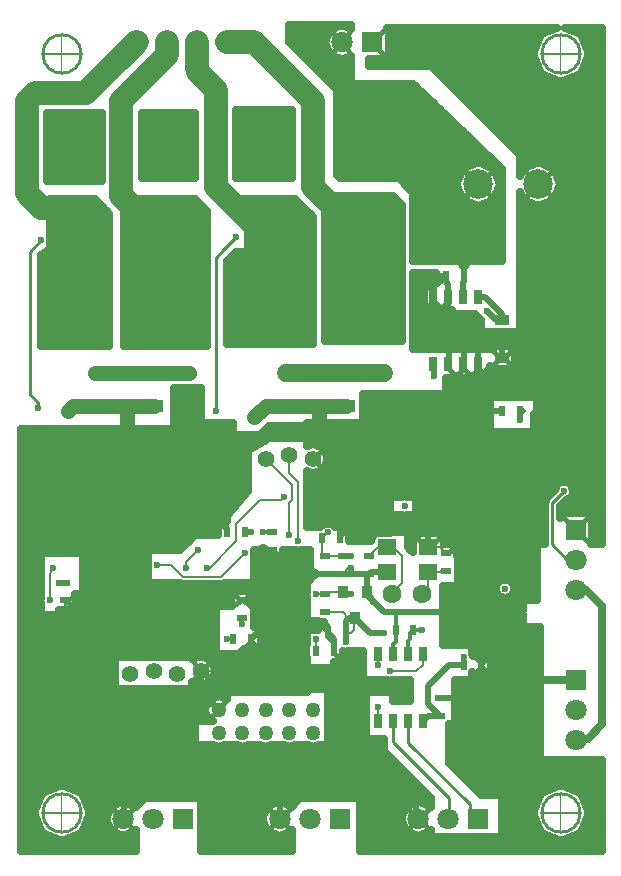
<source format=gbl>
G04*
G04  File:            STEP_DIMA1A.GBL, Tue Jun 22 15:40:13 2021*
G04  Source:          P-CAD 2004 PCB, Version 18.04.615, (D:\proj\velograph\snail\pcb\step_dima1a.pcb)*
G04  Format:          Gerber Format (RS-274-D), ASCII*
G04*
G04  Format Options:  Absolute Positioning*
G04                   Leading-Zero Suppression*
G04                   Scale Factor 1:1*
G04                   NO Circular Interpolation*
G04                   Millimeter Units*
G04                   Numeric Format: 5.3 (XXXXX.XXX)*
G04                   G54 NOT Used for Aperture Change*
G04                   Apertures Embedded*
G04*
G04  File Options:    Offset = (0.000mm,0.000mm)*
G04                   Drill Symbol Size = 0.000mm*
G04                   Pad/Via Holes*
G04*
G04  File Contents:   Pads*
G04                   Vias*
G04                   No Designators*
G04                   No Types*
G04                   No Values*
G04                   No Drill Symbols*
G04                   Bottom*
G04*
%INSTEP_DIMA1A.GBL*%
%ICAS*%
%MOMM*%
G04*
G04  Aperture MACROs for general use --- invoked via D-code assignment *
G04*
G04  General MACRO for flashed round with rotation and/or offset hole *
%AMROTOFFROUND*
1,1,$1,0.0000,0.0000*
1,0,$2,$3,$4*%
G04*
G04  General MACRO for flashed oval (obround) with rotation and/or offset hole *
%AMROTOFFOVAL*
21,1,$1,$2,0.0000,0.0000,$3*
1,1,$4,$5,$6*
1,1,$4,0-$5,0-$6*
1,0,$7,$8,$9*%
G04*
G04  General MACRO for flashed oval (obround) with rotation and no hole *
%AMROTOVALNOHOLE*
21,1,$1,$2,0.0000,0.0000,$3*
1,1,$4,$5,$6*
1,1,$4,0-$5,0-$6*%
G04*
G04  General MACRO for flashed rectangle with rotation and/or offset hole *
%AMROTOFFRECT*
21,1,$1,$2,0.0000,0.0000,$3*
1,0,$4,$5,$6*%
G04*
G04  General MACRO for flashed rectangle with rotation and no hole *
%AMROTRECTNOHOLE*
21,1,$1,$2,0.0000,0.0000,$3*%
G04*
G04  General MACRO for flashed rounded-rectangle *
%AMROUNDRECT*
21,1,$1,$2-$4,0.0000,0.0000,$3*
21,1,$1-$4,$2,0.0000,0.0000,$3*
1,1,$4,$5,$6*
1,1,$4,$7,$8*
1,1,$4,0-$5,0-$6*
1,1,$4,0-$7,0-$8*
1,0,$9,$10,$11*%
G04*
G04  General MACRO for flashed rounded-rectangle with rotation and no hole *
%AMROUNDRECTNOHOLE*
21,1,$1,$2-$4,0.0000,0.0000,$3*
21,1,$1-$4,$2,0.0000,0.0000,$3*
1,1,$4,$5,$6*
1,1,$4,$7,$8*
1,1,$4,0-$5,0-$6*
1,1,$4,0-$7,0-$8*%
G04*
G04  General MACRO for flashed regular polygon *
%AMREGPOLY*
5,1,$1,0.0000,0.0000,$2,$3+$4*
1,0,$5,$6,$7*%
G04*
G04  General MACRO for flashed regular polygon with no hole *
%AMREGPOLYNOHOLE*
5,1,$1,0.0000,0.0000,$2,$3+$4*%
G04*
G04  General MACRO for target *
%AMTARGET*
6,0,0,$1,$2,$3,4,$4,$5,$6*%
G04*
G04  General MACRO for mounting hole *
%AMMTHOLE*
1,1,$1,0,0*
1,0,$2,0,0*
$1=$1-$2*
$1=$1/2*
21,1,$2+$1,$3,0,0,$4*
21,1,$3,$2+$1,0,0,$4*%
G04*
G04*
G04  D10 : "Ellipse X0.254mm Y0.254mm H0.000mm 0.0deg (0.000mm,0.000mm) Draw"*
G04  Disc: OuterDia=0.2540*
%ADD10C, 0.2540*%
G04  D11 : "Ellipse X0.025mm Y0.025mm H0.000mm 0.0deg (0.000mm,0.000mm) Draw"*
G04  Disc: OuterDia=0.0254*
%ADD11C, 0.0254*%
G04  D12 : "Ellipse X0.300mm Y0.300mm H0.000mm 0.0deg (0.000mm,0.000mm) Draw"*
G04  Disc: OuterDia=0.3000*
%ADD12C, 0.3000*%
G04  D13 : "Ellipse X0.305mm Y0.305mm H0.000mm 0.0deg (0.000mm,0.000mm) Draw"*
G04  Disc: OuterDia=0.3048*
%ADD13C, 0.3048*%
G04  D14 : "Ellipse X0.310mm Y0.310mm H0.000mm 0.0deg (0.000mm,0.000mm) Draw"*
G04  Disc: OuterDia=0.3100*
%ADD14C, 0.3100*%
G04  D15 : "Ellipse X0.350mm Y0.350mm H0.000mm 0.0deg (0.000mm,0.000mm) Draw"*
G04  Disc: OuterDia=0.3500*
%ADD15C, 0.3500*%
G04  D16 : "Ellipse X0.381mm Y0.381mm H0.000mm 0.0deg (0.000mm,0.000mm) Draw"*
G04  Disc: OuterDia=0.3810*
%ADD16C, 0.3810*%
G04  D17 : "Ellipse X0.500mm Y0.500mm H0.000mm 0.0deg (0.000mm,0.000mm) Draw"*
G04  Disc: OuterDia=0.5000*
%ADD17C, 0.5000*%
G04  D18 : "Ellipse X0.064mm Y0.064mm H0.000mm 0.0deg (0.000mm,0.000mm) Draw"*
G04  Disc: OuterDia=0.0635*
%ADD18C, 0.0635*%
G04  D19 : "Ellipse X0.635mm Y0.635mm H0.000mm 0.0deg (0.000mm,0.000mm) Draw"*
G04  Disc: OuterDia=0.6350*
%ADD19C, 0.6350*%
G04  D20 : "Ellipse X0.700mm Y0.700mm H0.000mm 0.0deg (0.000mm,0.000mm) Draw"*
G04  Disc: OuterDia=0.7000*
%ADD20C, 0.7000*%
G04  D21 : "Ellipse X0.076mm Y0.076mm H0.000mm 0.0deg (0.000mm,0.000mm) Draw"*
G04  Disc: OuterDia=0.0762*
%ADD21C, 0.0762*%
G04  D22 : "Ellipse X0.100mm Y0.100mm H0.000mm 0.0deg (0.000mm,0.000mm) Draw"*
G04  Disc: OuterDia=0.1000*
%ADD22C, 0.1000*%
G04  D23 : "Ellipse X1.000mm Y1.000mm H0.000mm 0.0deg (0.000mm,0.000mm) Draw"*
G04  Disc: OuterDia=1.0000*
%ADD23C, 1.0000*%
G04  D24 : "Ellipse X0.102mm Y0.102mm H0.000mm 0.0deg (0.000mm,0.000mm) Draw"*
G04  Disc: OuterDia=0.1016*
%ADD24C, 0.1016*%
G04  D25 : "Ellipse X0.127mm Y0.127mm H0.000mm 0.0deg (0.000mm,0.000mm) Draw"*
G04  Disc: OuterDia=0.1270*
%ADD25C, 0.1270*%
G04  D26 : "Ellipse X1.300mm Y1.300mm H0.000mm 0.0deg (0.000mm,0.000mm) Draw"*
G04  Disc: OuterDia=1.3000*
%ADD26C, 1.3000*%
G04  D27 : "Ellipse X1.500mm Y1.500mm H0.000mm 0.0deg (0.000mm,0.000mm) Draw"*
G04  Disc: OuterDia=1.5000*
%ADD27C, 1.5000*%
G04  D28 : "Ellipse X0.200mm Y0.200mm H0.000mm 0.0deg (0.000mm,0.000mm) Draw"*
G04  Disc: OuterDia=0.2000*
%ADD28C, 0.2000*%
G04  D29 : "Ellipse X2.000mm Y2.000mm H0.000mm 0.0deg (0.000mm,0.000mm) Draw"*
G04  Disc: OuterDia=2.0000*
%ADD29C, 2.0000*%
G04  D30 : "Ellipse X0.203mm Y0.203mm H0.000mm 0.0deg (0.000mm,0.000mm) Draw"*
G04  Disc: OuterDia=0.2032*
%ADD30C, 0.2032*%
G04  D31 : "Ellipse X0.250mm Y0.250mm H0.000mm 0.0deg (0.000mm,0.000mm) Draw"*
G04  Disc: OuterDia=0.2500*
%ADD31C, 0.2500*%
G04  D32 : "Ellipse X2.602mm Y2.602mm H0.000mm 0.0deg (0.000mm,0.000mm) Flash"*
G04  Disc: OuterDia=2.6020*
%ADD32C, 2.6020*%
G04  D33 : "Ellipse X3.602mm Y3.602mm H0.000mm 0.0deg (0.000mm,0.000mm) Flash"*
G04  Disc: OuterDia=3.6020*
%ADD33C, 3.6020*%
G04  D34 : "Ellipse X1.270mm Y1.270mm H0.000mm 0.0deg (0.000mm,0.000mm) Flash"*
G04  Disc: OuterDia=1.2700*
%ADD34C, 1.2700*%
G04  D35 : "Ellipse X1.372mm Y1.372mm H0.000mm 0.0deg (0.000mm,0.000mm) Flash"*
G04  Disc: OuterDia=1.3720*
%ADD35C, 1.3720*%
G04  D36 : "Ellipse X1.400mm Y1.400mm H0.000mm 0.0deg (0.000mm,0.000mm) Flash"*
G04  Disc: OuterDia=1.4000*
%ADD36C, 1.4000*%
G04  D37 : "Ellipse X1.502mm Y1.502mm H0.000mm 0.0deg (0.000mm,0.000mm) Flash"*
G04  Disc: OuterDia=1.5020*
%ADD37C, 1.5020*%
G04  D38 : "Ellipse X1.600mm Y1.600mm H0.000mm 0.0deg (0.000mm,0.000mm) Flash"*
G04  Disc: OuterDia=1.6000*
%ADD38C, 1.6000*%
G04  D39 : "Ellipse X1.702mm Y1.702mm H0.000mm 0.0deg (0.000mm,0.000mm) Flash"*
G04  Disc: OuterDia=1.7020*
%ADD39C, 1.7020*%
G04  D40 : "Ellipse X1.800mm Y1.800mm H0.000mm 0.0deg (0.000mm,0.000mm) Flash"*
G04  Disc: OuterDia=1.8000*
%ADD40C, 1.8000*%
G04  D41 : "Ellipse X1.902mm Y1.902mm H0.000mm 0.0deg (0.000mm,0.000mm) Flash"*
G04  Disc: OuterDia=1.9020*
%ADD41C, 1.9020*%
G04  D42 : "Ellipse X2.500mm Y2.500mm H0.000mm 0.0deg (0.000mm,0.000mm) Flash"*
G04  Disc: OuterDia=2.5000*
%ADD42C, 2.5000*%
G04  D43 : "Mounting Hole X3.500mm Y3.500mm H0.000mm 0.0deg (0.000mm,0.000mm) Flash"*
G04  Mounting Hole: Diameter=3.5000, Rotation=0.0, LineWidth=0.1270 *
%ADD43MTHOLE, 3.5000 X2.9920 X0.1270 X0.0*%
G04  D44 : "Rectangle X0.300mm Y1.500mm H0.000mm 0.0deg (0.000mm,0.000mm) Flash"*
G04  Rectangular: DimX=0.3000, DimY=1.5000, Rotation=0.0, OffsetX=0.0000, OffsetY=0.0000, HoleDia=0.0000 *
%ADD44R, 0.3000 X1.5000*%
G04  D45 : "Rectangle X1.500mm Y0.300mm H0.000mm 0.0deg (0.000mm,0.000mm) Flash"*
G04  Rectangular: DimX=1.5000, DimY=0.3000, Rotation=0.0, OffsetX=0.0000, OffsetY=0.0000, HoleDia=0.0000 *
%ADD45R, 1.5000 X0.3000*%
G04  D46 : "Rectangle X4.600mm Y2.800mm H0.000mm 0.0deg (0.000mm,0.000mm) Flash"*
G04  Rectangular: DimX=4.6000, DimY=2.8000, Rotation=0.0, OffsetX=0.0000, OffsetY=0.0000, HoleDia=0.0000 *
%ADD46R, 4.6000 X2.8000*%
G04  D47 : "Rectangle X4.700mm Y2.900mm H0.000mm 0.0deg (0.000mm,0.000mm) Flash"*
G04  Rectangular: DimX=4.7000, DimY=2.9000, Rotation=0.0, OffsetX=0.0000, OffsetY=0.0000, HoleDia=0.0000 *
%ADD47R, 4.7000 X2.9000*%
G04  D48 : "Rectangle X4.800mm Y3.000mm H0.000mm 0.0deg (0.000mm,0.000mm) Flash"*
G04  Rectangular: DimX=4.8000, DimY=3.0000, Rotation=0.0, OffsetX=0.0000, OffsetY=0.0000, HoleDia=0.0000 *
%ADD48R, 4.8000 X3.0000*%
G04  D49 : "Rectangle X7.500mm Y3.000mm H0.000mm 0.0deg (0.000mm,0.000mm) Flash"*
G04  Rectangular: DimX=7.5000, DimY=3.0000, Rotation=0.0, OffsetX=0.0000, OffsetY=0.0000, HoleDia=0.0000 *
%ADD49R, 7.5000 X3.0000*%
G04  D50 : "Rectangle X7.602mm Y3.102mm H0.000mm 0.0deg (0.000mm,0.000mm) Flash"*
G04  Rectangular: DimX=7.6020, DimY=3.1020, Rotation=0.0, OffsetX=0.0000, OffsetY=0.0000, HoleDia=0.0000 *
%ADD50R, 7.6020 X3.1020*%
G04  D51 : "Rectangle X1.400mm Y3.500mm H0.000mm 0.0deg (0.000mm,0.000mm) Flash"*
G04  Rectangular: DimX=1.4000, DimY=3.5000, Rotation=0.0, OffsetX=0.0000, OffsetY=0.0000, HoleDia=0.0000 *
%ADD51R, 1.4000 X3.5000*%
G04  D52 : "Rectangle X1.502mm Y3.602mm H0.000mm 0.0deg (0.000mm,0.000mm) Flash"*
G04  Rectangular: DimX=1.5020, DimY=3.6020, Rotation=0.0, OffsetX=0.0000, OffsetY=0.0000, HoleDia=0.0000 *
%ADD52R, 1.5020 X3.6020*%
G04  D53 : "Rectangle X0.402mm Y1.602mm H0.000mm 0.0deg (0.000mm,0.000mm) Flash"*
G04  Rectangular: DimX=0.4020, DimY=1.6020, Rotation=0.0, OffsetX=0.0000, OffsetY=0.0000, HoleDia=0.0000 *
%ADD53R, 0.4020 X1.6020*%
G04  D54 : "Rectangle X1.602mm Y0.402mm H0.000mm 0.0deg (0.000mm,0.000mm) Flash"*
G04  Rectangular: DimX=1.6020, DimY=0.4020, Rotation=0.0, OffsetX=0.0000, OffsetY=0.0000, HoleDia=0.0000 *
%ADD54R, 1.6020 X0.4020*%
G04  D55 : "Rectangle X5.080mm Y5.080mm H0.000mm 0.0deg (0.000mm,0.000mm) Flash"*
G04  Square: Side=5.0800, Rotation=0.0, OffsetX=0.0000, OffsetY=0.0000, HoleDia=0.0000*
%ADD55R, 5.0800 X5.0800*%
G04  D56 : "Rectangle X5.182mm Y5.182mm H0.000mm 0.0deg (0.000mm,0.000mm) Flash"*
G04  Square: Side=5.1820, Rotation=0.0, OffsetX=0.0000, OffsetY=0.0000, HoleDia=0.0000*
%ADD56R, 5.1820 X5.1820*%
G04  D57 : "Rectangle X0.600mm Y0.900mm H0.000mm 0.0deg (0.000mm,0.000mm) Flash"*
G04  Rectangular: DimX=0.6000, DimY=0.9000, Rotation=0.0, OffsetX=0.0000, OffsetY=0.0000, HoleDia=0.0000 *
%ADD57R, 0.6000 X0.9000*%
G04  D58 : "Rectangle X0.900mm Y0.600mm H0.000mm 0.0deg (0.000mm,0.000mm) Flash"*
G04  Rectangular: DimX=0.9000, DimY=0.6000, Rotation=0.0, OffsetX=0.0000, OffsetY=0.0000, HoleDia=0.0000 *
%ADD58R, 0.9000 X0.6000*%
G04  D59 : "Rectangle X0.650mm Y1.310mm H0.000mm 0.0deg (0.000mm,0.000mm) Flash"*
G04  Rectangular: DimX=0.6500, DimY=1.3100, Rotation=0.0, OffsetX=0.0000, OffsetY=0.0000, HoleDia=0.0000 *
%ADD59R, 0.6500 X1.3100*%
G04  D60 : "Rectangle X0.702mm Y1.002mm H0.000mm 0.0deg (0.000mm,0.000mm) Flash"*
G04  Rectangular: DimX=0.7020, DimY=1.0020, Rotation=0.0, OffsetX=0.0000, OffsetY=0.0000, HoleDia=0.0000 *
%ADD60R, 0.7020 X1.0020*%
G04  D61 : "Rectangle X1.002mm Y0.702mm H0.000mm 0.0deg (0.000mm,0.000mm) Flash"*
G04  Rectangular: DimX=1.0020, DimY=0.7020, Rotation=0.0, OffsetX=0.0000, OffsetY=0.0000, HoleDia=0.0000 *
%ADD61R, 1.0020 X0.7020*%
G04  D62 : "Rectangle X0.752mm Y1.412mm H0.000mm 0.0deg (0.000mm,0.000mm) Flash"*
G04  Rectangular: DimX=0.7520, DimY=1.4120, Rotation=0.0, OffsetX=0.0000, OffsetY=0.0000, HoleDia=0.0000 *
%ADD62R, 0.7520 X1.4120*%
G04  D63 : "Rectangle X1.220mm Y0.910mm H0.000mm 0.0deg (0.000mm,0.000mm) Flash"*
G04  Rectangular: DimX=1.2200, DimY=0.9100, Rotation=0.0, OffsetX=0.0000, OffsetY=0.0000, HoleDia=0.0000 *
%ADD63R, 1.2200 X0.9100*%
G04  D64 : "Rectangle X0.950mm Y1.100mm H0.000mm 0.0deg (0.000mm,0.000mm) Flash"*
G04  Rectangular: DimX=0.9500, DimY=1.1000, Rotation=0.0, OffsetX=0.0000, OffsetY=0.0000, HoleDia=0.0000 *
%ADD64R, 0.9500 X1.1000*%
G04  D65 : "Rectangle X1.322mm Y1.012mm H0.000mm 0.0deg (0.000mm,0.000mm) Flash"*
G04  Rectangular: DimX=1.3220, DimY=1.0120, Rotation=0.0, OffsetX=0.0000, OffsetY=0.0000, HoleDia=0.0000 *
%ADD65R, 1.3220 X1.0120*%
G04  D66 : "Rectangle X1.052mm Y1.202mm H0.000mm 0.0deg (0.000mm,0.000mm) Flash"*
G04  Rectangular: DimX=1.0520, DimY=1.2020, Rotation=0.0, OffsetX=0.0000, OffsetY=0.0000, HoleDia=0.0000 *
%ADD66R, 1.0520 X1.2020*%
G04  D67 : "Rectangle X1.600mm Y1.100mm H0.000mm 0.0deg (0.000mm,0.000mm) Flash"*
G04  Rectangular: DimX=1.6000, DimY=1.1000, Rotation=0.0, OffsetX=0.0000, OffsetY=0.0000, HoleDia=0.0000 *
%ADD67R, 1.6000 X1.1000*%
G04  D68 : "Rectangle X1.400mm Y1.200mm H0.000mm 0.0deg (0.000mm,0.000mm) Flash"*
G04  Rectangular: DimX=1.4000, DimY=1.2000, Rotation=0.0, OffsetX=0.0000, OffsetY=0.0000, HoleDia=0.0000 *
%ADD68R, 1.4000 X1.2000*%
G04  D69 : "Rectangle X1.702mm Y1.202mm H0.000mm 0.0deg (0.000mm,0.000mm) Flash"*
G04  Rectangular: DimX=1.7020, DimY=1.2020, Rotation=0.0, OffsetX=0.0000, OffsetY=0.0000, HoleDia=0.0000 *
%ADD69R, 1.7020 X1.2020*%
G04  D70 : "Rectangle X1.502mm Y1.302mm H0.000mm 0.0deg (0.000mm,0.000mm) Flash"*
G04  Rectangular: DimX=1.5020, DimY=1.3020, Rotation=0.0, OffsetX=0.0000, OffsetY=0.0000, HoleDia=0.0000 *
%ADD70R, 1.5020 X1.3020*%
G04  D71 : "Rectangle X1.500mm Y1.800mm H0.000mm 0.0deg (0.000mm,0.000mm) Flash"*
G04  Rectangular: DimX=1.5000, DimY=1.8000, Rotation=0.0, OffsetX=0.0000, OffsetY=0.0000, HoleDia=0.0000 *
%ADD71R, 1.5000 X1.8000*%
G04  D72 : "Rectangle X1.800mm Y1.500mm H0.000mm 0.0deg (0.000mm,0.000mm) Flash"*
G04  Rectangular: DimX=1.8000, DimY=1.5000, Rotation=0.0, OffsetX=0.0000, OffsetY=0.0000, HoleDia=0.0000 *
%ADD72R, 1.8000 X1.5000*%
G04  D73 : "Rectangle X1.600mm Y1.350mm H0.000mm 0.0deg (0.000mm,0.000mm) Flash"*
G04  Rectangular: DimX=1.6000, DimY=1.3500, Rotation=0.0, OffsetX=0.0000, OffsetY=0.0000, HoleDia=0.0000 *
%ADD73R, 1.6000 X1.3500*%
G04  D74 : "Rectangle X1.602mm Y1.902mm H0.000mm 0.0deg (0.000mm,0.000mm) Flash"*
G04  Rectangular: DimX=1.6020, DimY=1.9020, Rotation=0.0, OffsetX=0.0000, OffsetY=0.0000, HoleDia=0.0000 *
%ADD74R, 1.6020 X1.9020*%
G04  D75 : "Rectangle X1.902mm Y1.602mm H0.000mm 0.0deg (0.000mm,0.000mm) Flash"*
G04  Rectangular: DimX=1.9020, DimY=1.6020, Rotation=0.0, OffsetX=0.0000, OffsetY=0.0000, HoleDia=0.0000 *
%ADD75R, 1.9020 X1.6020*%
G04  D76 : "Rectangle X1.702mm Y1.452mm H0.000mm 0.0deg (0.000mm,0.000mm) Flash"*
G04  Rectangular: DimX=1.7020, DimY=1.4520, Rotation=0.0, OffsetX=0.0000, OffsetY=0.0000, HoleDia=0.0000 *
%ADD76R, 1.7020 X1.4520*%
G04  D77 : "Rectangle X1.778mm Y3.175mm H0.000mm 0.0deg (0.000mm,0.000mm) Flash"*
G04  Rectangular: DimX=1.7780, DimY=3.1750, Rotation=0.0, OffsetX=0.0000, OffsetY=0.0000, HoleDia=0.0000 *
%ADD77R, 1.7780 X3.1750*%
G04  D78 : "Rectangle X1.800mm Y1.800mm H0.000mm 0.0deg (0.000mm,0.000mm) Flash"*
G04  Square: Side=1.8000, Rotation=0.0, OffsetX=0.0000, OffsetY=0.0000, HoleDia=0.0000*
%ADD78R, 1.8000 X1.8000*%
G04  D79 : "Rectangle X1.880mm Y3.277mm H0.000mm 0.0deg (0.000mm,0.000mm) Flash"*
G04  Rectangular: DimX=1.8800, DimY=3.2770, Rotation=0.0, OffsetX=0.0000, OffsetY=0.0000, HoleDia=0.0000 *
%ADD79R, 1.8800 X3.2770*%
G04  D80 : "Rectangle X0.200mm Y1.900mm H0.000mm 0.0deg (0.000mm,0.000mm) Flash"*
G04  Rectangular: DimX=0.2000, DimY=1.9000, Rotation=0.0, OffsetX=0.0000, OffsetY=0.0000, HoleDia=0.0000 *
%ADD80R, 0.2000 X1.9000*%
G04  D81 : "Rectangle X1.902mm Y1.902mm H0.000mm 0.0deg (0.000mm,0.000mm) Flash"*
G04  Square: Side=1.9020, Rotation=0.0, OffsetX=0.0000, OffsetY=0.0000, HoleDia=0.0000*
%ADD81R, 1.9020 X1.9020*%
G04  D82 : "Rectangle X0.300mm Y2.000mm H0.000mm 0.0deg (0.000mm,0.000mm) Flash"*
G04  Rectangular: DimX=0.3000, DimY=2.0000, Rotation=0.0, OffsetX=0.0000, OffsetY=0.0000, HoleDia=0.0000 *
%ADD82R, 0.3000 X2.0000*%
G04  D83 : "Rectangle X2.000mm Y4.000mm H0.000mm 0.0deg (0.000mm,0.000mm) Flash"*
G04  Rectangular: DimX=2.0000, DimY=4.0000, Rotation=0.0, OffsetX=0.0000, OffsetY=0.0000, HoleDia=0.0000 *
%ADD83R, 2.0000 X4.0000*%
G04  D84 : "Rectangle X4.000mm Y2.000mm H0.000mm 0.0deg (0.000mm,0.000mm) Flash"*
G04  Rectangular: DimX=4.0000, DimY=2.0000, Rotation=0.0, OffsetX=0.0000, OffsetY=0.0000, HoleDia=0.0000 *
%ADD84R, 4.0000 X2.0000*%
G04  D85 : "Rectangle X0.400mm Y2.100mm H0.000mm 0.0deg (0.000mm,0.000mm) Flash"*
G04  Rectangular: DimX=0.4000, DimY=2.1000, Rotation=0.0, OffsetX=0.0000, OffsetY=0.0000, HoleDia=0.0000 *
%ADD85R, 0.4000 X2.1000*%
G04  D86 : "Rectangle X2.102mm Y4.102mm H0.000mm 0.0deg (0.000mm,0.000mm) Flash"*
G04  Rectangular: DimX=2.1020, DimY=4.1020, Rotation=0.0, OffsetX=0.0000, OffsetY=0.0000, HoleDia=0.0000 *
%ADD86R, 2.1020 X4.1020*%
G04  D87 : "Rectangle X4.102mm Y2.102mm H0.000mm 0.0deg (0.000mm,0.000mm) Flash"*
G04  Rectangular: DimX=4.1020, DimY=2.1020, Rotation=0.0, OffsetX=0.0000, OffsetY=0.0000, HoleDia=0.0000 *
%ADD87R, 4.1020 X2.1020*%
G04  D88 : "Ellipse X0.600mm Y0.600mm H0.000mm 0.0deg (0.000mm,0.000mm) Flash"*
G04  Disc: OuterDia=0.6000*
%ADD88C, 0.6000*%
G04  D89 : "Ellipse X0.702mm Y0.702mm H0.000mm 0.0deg (0.000mm,0.000mm) Flash"*
G04  Disc: OuterDia=0.7020*
%ADD89C, 0.7020*%
G04*
%FSLAX53Y53*%
%SFA1B1*%
%OFA0.000B0.000*%
G04*
G71*
G90*
G01*
D2*
%LNBottom*%
D31*
X384500Y385750*
X383750Y386500D1*
Y387250*
D2*
D28*
X382500Y389500*
X382750Y390000D1*
X383250Y388750D2*
X383750D1*
D2*
D23*
X386750Y406500*
X386250D1*
D2*
D26*
X386750D1*
D2*
D28*
X384496Y426052*
X384500Y426048D1*
Y426000*
Y426250D2*
X384750Y426000D1*
X384500*
X384496Y428496D2*
X384500Y428500D1*
Y428250D2*
Y428500D1*
X395000Y391500D2*
X394000Y390500D1*
Y390000*
X393750Y389250D2*
X392750Y390250D1*
X391500*
X395750Y390000D2*
X396000D1*
D2*
D26*
X391250Y406500*
X394250D1*
D2*
D23*
X391250D1*
X390500*
D2*
D17*
X389000*
X391250D1*
X394250*
X391250*
X390500*
D2*
D23*
X391250D1*
X394250*
X391250*
D2*
D28*
X392500Y426250*
Y426000D1*
D2*
D29*
X394960Y432290*
X395000Y432250D1*
Y432000*
D2*
D17*
X401750Y372250*
X401920Y372080D1*
Y368750*
D2*
D28*
X398750Y385250*
Y385750D1*
X397500Y384000D2*
X398000D1*
X397550Y381300D2*
X399500Y383250D1*
Y384000*
D2*
D17*
X398750Y387250*
X399750D1*
X400000Y387000*
Y384500D2*
X399500Y384000D1*
X400000Y384500D2*
Y387000D1*
D2*
D28*
X399000Y391250*
X397000Y389250D1*
X399500Y393000D2*
X399000D1*
X398250Y392250D2*
Y393750D1*
X400250Y395750*
X402000*
X402250Y396000*
D2*
D15*
X400500Y393000*
X401250D1*
X397500Y394000D2*
Y393000D1*
D2*
D28*
X402750Y392750*
Y395500D1*
X403000Y395750*
D2*
D15*
X401250Y391500*
X400500D1*
D2*
D17*
X400000Y391000*
X400500Y391500D1*
X399500Y393000D2*
X399000D1*
D2*
D23*
X400500Y391500*
X402500Y389500D1*
D2*
D28*
X403000Y397000*
X400750Y399250D1*
X403500Y397250D2*
X402750Y398000D1*
Y399550*
D2*
D31*
X397250Y417000*
X398250Y418000D1*
X396500Y416250D2*
X397250Y417000D1*
X396500Y415500D2*
Y416250D1*
D2*
D28*
X400750Y426250*
X400500Y426000D1*
X400750Y426250D2*
Y426000D1*
Y426250*
X398750Y426000D2*
X400500D1*
X400750*
X410250Y378250D2*
Y377040D1*
X407500Y383750D2*
Y384000D1*
X409282Y388000D2*
X409500Y388218D1*
X407500Y387750D2*
X407250Y388000D1*
X407500Y387750D2*
X408000D1*
X408266Y385790D2*
X408250Y385774D1*
Y384750*
X408000Y384500*
X407500*
X405750Y386250D2*
X407250D1*
X407709Y385790*
X407250Y388000D2*
X406000D1*
X405750Y387750*
D2*
D15*
X410000Y387000*
X409750D1*
Y387532D2*
X409282Y388000D1*
D2*
D28*
X410250Y381750*
Y382750D1*
X405000Y384000D2*
Y383000D1*
Y387750D2*
X405750D1*
D2*
D17*
X406000Y384250*
X406500Y383750D1*
X407500Y385500D2*
X407790Y385790D1*
X408266*
X407500Y383750D2*
Y384500D1*
Y385500*
D2*
D28*
X407709Y385790*
X407790D1*
X408266*
D2*
D17*
X409556Y384500D1*
X410750*
D2*
D28*
X409556D1*
D2*
D17*
X406500Y384000*
X406000Y384500D1*
Y385000D2*
X405750Y385250D1*
X404750*
X404250Y385750*
X406000Y384250D2*
Y384500D1*
Y385000*
X406500Y383000D2*
Y383750D1*
Y384000*
X410750Y386250D2*
X410000Y387000D1*
D2*
D15*
X409750*
Y387250D1*
Y387532*
D2*
D17*
X410000Y387000*
X409750Y387250D1*
X409282Y387718*
D2*
D15*
X410750Y386250*
X410000Y387000D1*
D2*
D17*
X409282Y387718*
Y388000D1*
D2*
D28*
X407250Y389500*
X407750Y390000D1*
X408000*
X407750D2*
X408000D1*
X411000Y389650D2*
X410650D1*
X410500Y389500*
X409250D2*
X409500D1*
X410500*
X405750D2*
X407250D1*
X405750Y391000D2*
X407250D1*
X408000*
X405750D2*
X405500Y391250D1*
Y392500*
X406000Y393000*
X407000Y392500D2*
X407750Y393250D1*
D2*
D17*
X407250Y391000*
X408000D1*
X409650Y389650D2*
X410650D1*
X411000*
D2*
D28*
X409500Y389250*
X409375Y389375D1*
X409250Y389500*
D2*
D17*
X409282Y389282*
X409375Y389375D1*
X409500Y389500*
X409650Y389650*
X404750Y389500D2*
X405750D1*
X407250*
X409250D2*
X409500D1*
X408000D2*
X409250D1*
X407250D2*
X408000D1*
D2*
D28*
X409250D1*
X407250D2*
X408000D1*
D2*
D17*
Y390000D1*
D2*
D28*
X409500Y391000*
X410250Y391750D1*
X411000*
D2*
D31*
X405300Y406500*
X405250Y406550D1*
D2*
D26*
X407500Y406500*
X406300D1*
X406250Y406550*
X405250*
D2*
D31*
X407000Y406500*
X406300D1*
X405300*
D2*
D27*
X406300*
X405300D1*
D2*
D31*
X418000Y370000*
Y369500D1*
X418750Y368750*
X416250Y370500D2*
Y368790D1*
X416210Y368750*
D2*
D17*
X412750Y372250*
X413500Y371500D1*
Y368920*
X413670Y368750*
X414060Y377040D2*
X414520Y377500D1*
X415500Y379000D2*
X418250D1*
X415500Y377500D2*
X414500Y378500D1*
Y380000*
D2*
D31*
X412790Y377040*
Y375210D1*
D2*
D17*
X418500Y376750*
Y379250D1*
X418250Y379000D2*
X418500Y379250D1*
X414520Y377500D2*
X414750D1*
X415500*
D2*
D31*
X417500Y381750*
Y382500D1*
D2*
D15*
X411750Y383750*
Y384750D1*
X412790Y382750D2*
Y383790D1*
X413000Y384000*
Y384500*
X413250Y384750*
X414000*
D2*
D28*
X413500Y381250*
X414060Y381810D1*
Y382750*
D2*
D17*
X416250Y381750*
X417500D1*
D2*
D28*
X414000Y387750*
X414500Y388250D1*
D2*
D17*
X416000Y387500*
X417500D1*
X418500*
D2*
D15*
X411750Y385750*
Y384750D1*
Y385750D2*
Y386250D1*
D2*
D17*
X416000Y387500*
Y386250D1*
X411750*
D2*
D28*
X414500Y389650*
X415500D1*
Y389750*
X416000*
Y391250D2*
X415500Y391750D1*
X414500*
X416000Y391250D2*
X417000D1*
X417500Y390750*
X413250Y393000D2*
X414500Y391750D1*
X413000Y393250D2*
X413250Y393000D1*
D2*
D17*
X414500Y391750*
Y393500D1*
D2*
D28*
X412250Y388750*
Y391000D1*
X412000Y391250*
X412250Y391000D2*
X412000Y391250D1*
D2*
D17*
X417000Y403250*
X415250Y401500D1*
X416250*
X414940Y409560D2*
X415500Y409000D1*
X417500D2*
Y407270D1*
X417480Y407250*
X417500Y409000D2*
X418750D1*
X416250Y407290D2*
X416210Y407250D1*
X416250Y409000D2*
X417500D1*
X416210Y408790D2*
X416250Y408750D1*
X415500Y409000D2*
X416210D1*
X416250*
X416210Y408790D2*
Y409000D1*
X416250D2*
Y408750D1*
Y407290*
X414940Y407250D2*
X415000Y407190D1*
Y406250*
X418750Y406500D2*
Y407250D1*
Y409000*
X417480Y412960D2*
Y414230D1*
X417500Y414250*
Y414750*
Y415750*
X416210Y414040D2*
X416000Y414250D1*
Y414750*
X415250D2*
X415000Y414500D1*
Y413020*
X414940Y412960*
X414500Y414750D2*
X415250D1*
X416000*
X416210Y412960D2*
Y414040D1*
X418750Y422500D2*
X415500Y425750D1*
X412500*
X425250Y380500D2*
X423000D1*
X422250*
D2*
D20*
X425250*
X423000D1*
D2*
D31*
X425000Y395500*
Y392000D1*
X426290Y390710*
D2*
D17*
X422250Y403250*
Y402500D1*
Y403250D2*
X422500D1*
X420750Y411000D2*
X420250D1*
X422750Y409000D2*
X423500Y409750D1*
X420750Y409000D2*
Y407800D1*
Y409000D2*
X422750D1*
X424500Y422500D2*
X423830D1*
D2*
D20*
X427080Y375500*
X428000D1*
X429250Y376750*
Y386750D2*
X427830Y388170D1*
D2*
D31*
X380750Y404750*
Y416750D1*
D2*
D28*
X382500Y389500*
Y387250D1*
D2*
D31*
X381500Y403500*
Y404000D1*
D2*
D29*
X385500Y419000*
X384000Y420500D1*
D2*
D19*
X386911Y428500*
X382250D1*
Y422750*
X386911*
Y428500*
X382250Y422750D2*
X386911D1*
X382250Y423226D2*
X386911D1*
X382250Y423702D2*
X386911D1*
X382250Y424178D2*
X386911D1*
X382250Y424655D2*
X386911D1*
X382250Y425131D2*
X386911D1*
X382250Y425607D2*
X386911D1*
X382250Y426083D2*
X386911D1*
X382250Y426560D2*
X386911D1*
X382250Y427036D2*
X386911D1*
X382250Y427512D2*
X386911D1*
X382250Y427988D2*
X386911D1*
X382250Y428465D2*
X386911D1*
D2*
D28*
X384496Y426052*
Y428496D1*
X384500Y426250D2*
Y428250D1*
D2*
D19*
X382500Y417555*
Y417000D1*
X381750Y416500*
Y408750*
X387500*
Y420000*
X386250Y421250*
X382500*
Y417944*
X382580Y417750*
X382500Y417555*
X381750Y408750D2*
X387500D1*
X381750Y409226D2*
X387500D1*
X381750Y409702D2*
X387500D1*
X381750Y410178D2*
X387500D1*
X381750Y410655D2*
X387500D1*
X381750Y411131D2*
X387500D1*
X381750Y411607D2*
X387500D1*
X381750Y412083D2*
X387500D1*
X381750Y412560D2*
X387500D1*
X381750Y413036D2*
X387500D1*
X381750Y413512D2*
X387500D1*
X381750Y413988D2*
X387500D1*
X381750Y414465D2*
X387500D1*
X381750Y414941D2*
X387500D1*
X381750Y415417D2*
X387500D1*
X381750Y415893D2*
X387500D1*
X381750Y416370D2*
X387500D1*
X382269Y416846D2*
X387500D1*
X382500Y417322D2*
X387500D1*
X382560Y417798D2*
X387500D1*
X382500Y418275D2*
X387500D1*
X382500Y418751D2*
X387500D1*
X382500Y419227D2*
X387500D1*
X382500Y419703D2*
X387500D1*
X382500Y420180D2*
X387320D1*
X382500Y420656D2*
X386843D1*
X382500Y421132D2*
X386367D1*
D2*
D26*
X384450Y403700*
X384000Y403250D1*
X384450Y403700D2*
X386750D1*
D2*
D17*
X395250Y381300*
Y379496D1*
D2*
D29*
X391000Y419000*
X393500D1*
D2*
D19*
X390250Y428500*
Y423000D1*
X394750*
Y428500*
X390250*
Y423000D2*
X394750D1*
X390250Y423476D2*
X394750D1*
X390250Y423952D2*
X394750D1*
X390250Y424428D2*
X394750D1*
X390250Y424905D2*
X394750D1*
X390250Y425381D2*
X394750D1*
X390250Y425857D2*
X394750D1*
X390250Y426333D2*
X394750D1*
X390250Y426810D2*
X394750D1*
X390250Y427286D2*
X394750D1*
X390250Y427762D2*
X394750D1*
X390250Y428238D2*
X394750D1*
D2*
D28*
X392500Y428250*
Y426250D1*
D2*
D29*
X389750Y434500*
X389880D1*
X392420D2*
Y433420D1*
X394960Y434500D2*
Y432290D1*
D2*
D28*
X403000Y395750*
Y397000D1*
X403500Y392250D2*
Y397250D1*
D2*
D17*
X400000Y387000*
Y388500D1*
Y391000*
D2*
D31*
X396500Y403250*
Y415500D1*
D2*
D29*
X399750Y419000*
X401750D1*
D2*
D19*
X398250Y428750*
Y423000D1*
X403000*
Y428750*
X398250*
Y423000D2*
X403000D1*
X398250Y423476D2*
X403000D1*
X398250Y423952D2*
X403000D1*
X398250Y424428D2*
X403000D1*
X398250Y424905D2*
X403000D1*
X398250Y425381D2*
X403000D1*
X398250Y425857D2*
X403000D1*
X398250Y426333D2*
X403000D1*
X398250Y426810D2*
X403000D1*
X398250Y427286D2*
X403000D1*
X398250Y427762D2*
X403000D1*
X398250Y428238D2*
X403000D1*
X398250Y428715D2*
X403000D1*
D2*
D28*
X400750Y426250*
Y428250D1*
D2*
D23*
Y403750*
X403000D1*
X400750D2*
X399750Y402750D1*
D2*
D26*
X400750Y403750*
X399750Y402750D1*
X403000Y403750D2*
X400750D1*
D2*
D29*
X397500Y434500*
X399750D1*
D2*
D28*
X409500Y388218*
Y389250D1*
D2*
D17*
X404250Y385750*
Y389500D1*
X409282Y388000D2*
Y389282D1*
D2*
D29*
X408250Y418750*
X410000Y419000D1*
D2*
D26*
X405250Y403750*
Y401750D1*
X406450Y403750D2*
X406500Y403700D1*
X407500*
X405250Y403750D2*
X406450D1*
D2*
D17*
X414500Y380000*
X416250Y381750D1*
D2*
D31*
X412790Y375210*
X418000Y370000D1*
D2*
D28*
X414500Y388250*
Y389650D1*
X417500Y390750D2*
Y387500D1*
X412000Y388500D2*
X412250Y388750D1*
D2*
D23*
X417500Y415750*
Y421250D1*
D2*
D17*
X414940Y412960*
Y409560D1*
X416210Y409000D2*
Y412960D1*
X418750Y403500D2*
Y406500D1*
D2*
D31*
X426000Y396500*
X425000Y395500D1*
D2*
D17*
X420750Y411529*
Y411000D1*
X420250D2*
X419500Y411750D1*
D2*
D20*
X429250Y376750*
Y386750D1*
D2*
D17*
X388670Y368750*
X388750Y368830D1*
Y370750*
X390250Y372250*
X396250Y378500D2*
X396750Y378000D1*
X396246Y378500D2*
X396250D1*
X395250Y379496D2*
X396246Y378500D1*
D2*
D28*
X395250Y381300*
X397550D1*
X397000Y389250D2*
X393750D1*
X396000Y390000D2*
X398250Y392250D1*
D2*
D26*
X389000Y401250*
X388750Y401000D1*
D2*
D23*
X389000Y406500*
X386750D1*
D2*
D17*
X389000D1*
D2*
D31*
X381500Y404000*
X380750Y404750D1*
D2*
D23*
X391250Y406500*
X389000D1*
D2*
D26*
X386750*
X389000D1*
X391250*
D2*
D31*
X380750Y416750*
X381750Y417750D1*
D2*
D29*
X384000Y420500*
X381750D1*
X380500Y421750*
Y429500D2*
X381250Y430250D1*
X385500*
X395000Y432000D2*
X396500Y430500D1*
D2*
D17*
X401750Y372250*
X412750D1*
D2*
D31*
X411520Y377040*
Y375230D1*
D2*
D17*
X418500Y379250*
X419000Y379750D1*
X422250Y380500D2*
X418500Y376750D1*
X427000Y380500D2*
X425250D1*
D2*
D20*
X427000Y375420*
X427080Y375500D1*
X427000Y380500D2*
X425250D1*
D2*
D15*
X411520Y382750*
Y383520D1*
X411750Y383750*
D2*
D28*
X411250Y381250*
X413500D1*
X411460Y387750D2*
Y387960D1*
D2*
D17*
X419000Y387000*
X418500Y387500D1*
X419000*
Y387000D2*
Y387500D1*
D2*
D15*
X411750Y386250*
X410750D1*
D2*
D17*
X411750*
X410750D1*
X419000Y381750D2*
Y387000D1*
D2*
D20*
X427830Y388170*
X427000D1*
D2*
D28*
X407750Y393250*
X413000D1*
D2*
D23*
X402500Y389500*
X404250D1*
X404750*
D2*
D17*
X419000Y390250*
X420000Y391250D1*
D2*
D28*
X412000*
X411500Y391750D1*
X411000D2*
X411500D1*
D2*
D31*
X426290Y390710*
X427000D1*
D2*
D17*
X419000Y403250*
X418750Y403500D1*
X420750Y403250D2*
X419000D1*
X417000*
D2*
D19*
X419750Y397250*
X429250D1*
Y403000*
X423500*
Y401500*
X419750*
Y397250*
X429250*
X419750Y397726D2*
X429250D1*
X419750Y398202D2*
X429250D1*
X419750Y398678D2*
X429250D1*
X419750Y399155D2*
X429250D1*
X419750Y399631D2*
X429250D1*
X419750Y400107D2*
X429250D1*
X419750Y400583D2*
X429250D1*
X419750Y401060D2*
X429250D1*
X423500Y401536D2*
X429250D1*
X423500Y402012D2*
X429250D1*
X423500Y402488D2*
X429250D1*
X423500Y402965D2*
X429250D1*
D2*
D27*
X405300Y406500*
X402500D1*
D2*
D31*
X405250Y406550*
X403000D1*
D2*
D17*
X418750Y409000*
X420750D1*
D2*
D27*
X410750Y406500*
X406300D1*
D2*
D17*
X418750Y412960*
X419319D1*
D2*
D29*
X380500Y421750*
Y429500D1*
X388500D2*
Y421500D1*
X391000Y419000*
D2*
D19*
X395750Y408750*
Y420250D1*
X394750Y421250*
X388750*
Y408750*
X395750*
X388750D2*
X395750D1*
X388750Y409226D2*
X395750D1*
X388750Y409702D2*
X395750D1*
X388750Y410178D2*
X395750D1*
X388750Y410655D2*
X395750D1*
X388750Y411131D2*
X395750D1*
X388750Y411607D2*
X395750D1*
X388750Y412083D2*
X395750D1*
X388750Y412560D2*
X395750D1*
X388750Y413036D2*
X395750D1*
X388750Y413512D2*
X395750D1*
X388750Y413988D2*
X395750D1*
X388750Y414465D2*
X395750D1*
X388750Y414941D2*
X395750D1*
X388750Y415417D2*
X395750D1*
X388750Y415893D2*
X395750D1*
X388750Y416370D2*
X395750D1*
X388750Y416846D2*
X395750D1*
X388750Y417322D2*
X395750D1*
X388750Y417798D2*
X395750D1*
X388750Y418275D2*
X395750D1*
X388750Y418751D2*
X395750D1*
X388750Y419227D2*
X395750D1*
X388750Y419703D2*
X395750D1*
X388750Y420180D2*
X395750D1*
X388750Y420656D2*
X395343D1*
X388750Y421132D2*
X394867D1*
D2*
D26*
X389000Y403700*
Y401250D1*
Y403700D2*
X391250D1*
X386750D2*
X389000D1*
D2*
D29*
X389880Y434500*
X388500Y433120D1*
D2*
D31*
X411520Y375230*
X416250Y370500D1*
D2*
D17*
X419000Y379750*
Y381750D1*
Y387500D2*
Y390250D1*
D2*
D19*
X411250Y380419*
X411055Y380500D1*
X409000*
Y383000*
X407694*
X407500Y382919*
X407306Y382999*
Y382550*
X407157Y382192*
X406800Y382043*
X406500*
Y381500*
X404000*
Y379750*
X406000*
Y372250*
X409250*
Y379500*
X411500*
Y378750*
X413000*
Y380500*
X411444*
X411250Y380419*
X406000Y372250D2*
X409250D1*
X406000Y372726D2*
X409250D1*
X406000Y373202D2*
X409250D1*
X406000Y373678D2*
X409250D1*
X406000Y374155D2*
X409250D1*
X406000Y374631D2*
X409250D1*
X406000Y375107D2*
X409250D1*
X406000Y375583D2*
X409250D1*
X406000Y376060D2*
X409250D1*
X406000Y376536D2*
X409250D1*
X406000Y377012D2*
X409250D1*
X406000Y377488D2*
X409250D1*
X406000Y377965D2*
X409250D1*
X406000Y378441D2*
X409250D1*
X406000Y378917D2*
X409250D1*
X411500D2*
X413000D1*
X406000Y379393D2*
X409250D1*
X411500D2*
X413000D1*
X404000Y379870D2*
X413000D1*
X404000Y380346D2*
X413000D1*
X404000Y380822D2*
X409000D1*
X404000Y381298D2*
X409000D1*
X406500Y381775D2*
X409000D1*
X407182Y382251D2*
X409000D1*
X407306Y382727D2*
X409000D1*
D2*
D16*
X406609Y382740*
X407157Y382192D1*
D2*
D19*
D28*
X411460Y387960*
X412250Y388750D1*
D2*
D19*
X426587Y395912*
X426130Y395723D1*
X425641Y395234*
Y394264*
X425742Y394507*
X426100Y394656*
X427900*
X428257Y394507*
X428406Y394150*
Y392350*
X428261Y392000*
X429250*
Y397500*
X413500*
Y394500*
X412694*
X412500Y394419*
X412305Y394500*
X411250*
Y393000*
X412750*
Y391750*
X413193Y391306*
Y392425*
X413342Y392782*
X413700Y392931*
X415300*
X415657Y392782*
X415806Y392425*
Y392056*
X416450*
X416807Y391907*
X416956Y391550*
Y391000*
X417000*
Y387250*
X423750*
Y392000*
X424358*
Y395500*
X424546Y395953*
X425223Y396630*
X425412Y397087*
X426000Y397330*
X426587Y397087*
X426830Y396500*
X426587Y395912*
X421587Y387662D2*
X421000Y387419D1*
X420412Y387662*
X420169Y388250*
X420412Y388837*
X421000Y389080*
X421587Y388837*
X421830Y388250*
X421587Y387662*
X417000Y387250D2*
X423750D1*
X417000Y387726D2*
X420386D1*
X421613D2*
X423750D1*
X417000Y388202D2*
X420188D1*
X421811D2*
X423750D1*
X417000Y388678D2*
X420346D1*
X421653D2*
X423750D1*
X417000Y389155D2*
X423750D1*
X417000Y389631D2*
X423750D1*
X417000Y390107D2*
X423750D1*
X417000Y390583D2*
X423750D1*
X416956Y391060D2*
X423750D1*
X412963Y391536D2*
X413193D1*
X416956D2*
X423750D1*
X412750Y392012D2*
X413193D1*
X416555D2*
X424358D1*
X428266D2*
X429250D1*
X412750Y392488D2*
X413220D1*
X415779D2*
X424358D1*
X428406D2*
X429250D1*
X412750Y392965D2*
X424358D1*
X428406D2*
X429250D1*
X411250Y393441D2*
X424358D1*
X428406D2*
X429250D1*
X411250Y393917D2*
X424358D1*
X428406D2*
X429250D1*
X411250Y394393D2*
X424358D1*
X425641D2*
X425694D1*
X428305D2*
X429250D1*
X413500Y394870D2*
X424358D1*
X425641D2*
X429250D1*
X413500Y395346D2*
X424358D1*
X425753D2*
X429250D1*
X413500Y395822D2*
X424492D1*
X426369D2*
X429250D1*
X413500Y396298D2*
X424891D1*
X426747D2*
X429250D1*
X413500Y396775D2*
X425283D1*
X426716D2*
X429250D1*
X413500Y397251D2*
X425808D1*
X426191D2*
X429250D1*
D2*
D16*
X416259Y391359*
X416807Y391907D1*
X413890Y392234D2*
X413342Y392782D1*
X415109Y392234D2*
X415657Y392782D1*
X427709Y392540D2*
X428261Y392000D1*
X427709Y393959D2*
X428257Y394507D1*
X426290Y393959D2*
X425742Y394507D1*
D2*
D19*
D17*
X419319Y412960*
X420750Y411529D1*
D2*
D29*
X404750Y429500*
Y422250D1*
X408250Y418750*
D2*
D19*
X405750Y409250*
X412250D1*
Y420750*
X411500Y421500*
X405750*
Y409250*
X412250*
X405750Y409726D2*
X412250D1*
X405750Y410202D2*
X412250D1*
X405750Y410678D2*
X412250D1*
X405750Y411155D2*
X412250D1*
X405750Y411631D2*
X412250D1*
X405750Y412107D2*
X412250D1*
X405750Y412583D2*
X412250D1*
X405750Y413060D2*
X412250D1*
X405750Y413536D2*
X412250D1*
X405750Y414012D2*
X412250D1*
X405750Y414488D2*
X412250D1*
X405750Y414965D2*
X412250D1*
X405750Y415441D2*
X412250D1*
X405750Y415917D2*
X412250D1*
X405750Y416393D2*
X412250D1*
X405750Y416870D2*
X412250D1*
X405750Y417346D2*
X412250D1*
X405750Y417822D2*
X412250D1*
X405750Y418298D2*
X412250D1*
X405750Y418775D2*
X412250D1*
X405750Y419251D2*
X412250D1*
X405750Y419727D2*
X412250D1*
X405750Y420203D2*
X412250D1*
X405750Y420680D2*
X412250D1*
X405750Y421156D2*
X411843D1*
D2*
D23*
X403000Y403750*
X405250D1*
D2*
D26*
X403000*
X405250D1*
D2*
D19*
X420140Y406838*
X419782Y406987D1*
X419750Y407064*
Y404500*
X422500*
Y410000*
X419000*
Y411000*
X418500Y411500*
X416500*
Y411798*
X415885*
X415575Y411927*
X415265Y411798*
X414615*
X414257Y411947*
X414108Y412305*
Y413615*
X414257Y413972*
X414615Y414121*
X415265*
X415268Y414119*
X415193Y414300*
Y415000*
X413250*
Y408500*
X419735*
X419782Y408612*
X420140Y408761*
X421360*
X421717Y408612*
X421866Y408255*
Y407345*
X421717Y406987*
X421360Y406838*
X420140*
X419750Y404500D2*
X422500D1*
X419750Y404976D2*
X422500D1*
X419750Y405452D2*
X422500D1*
X419750Y405928D2*
X422500D1*
X419750Y406405D2*
X422500D1*
X419750Y406881D2*
X420037D1*
X421462D2*
X422500D1*
X421866Y407357D2*
X422500D1*
X421866Y407833D2*
X422500D1*
X421843Y408310D2*
X422500D1*
X413250Y408786D2*
X422500D1*
X413250Y409262D2*
X422500D1*
X413250Y409738D2*
X422500D1*
X413250Y410215D2*
X419000D1*
X413250Y410691D2*
X419000D1*
X413250Y411167D2*
X418832D1*
X413250Y411643D2*
X416500D1*
X413250Y412120D2*
X414185D1*
X413250Y412596D2*
X414108D1*
X413250Y413072D2*
X414108D1*
X413250Y413548D2*
X414108D1*
X413250Y414025D2*
X414383D1*
X413250Y414501D2*
X415193D1*
X413250Y414977D2*
X415193D1*
D2*
D16*
X415890Y414490*
X415268Y414119D1*
X420330Y407535D2*
X419782Y406987D1*
X420330Y408064D2*
X419782Y408612D1*
X421169Y408064D2*
X421717Y408612D1*
X421169Y407535D2*
X421717Y406987D1*
X414805Y413424D2*
X414257Y413972D1*
X415074Y412495D2*
X415575Y411927D1*
X414805Y412495D2*
X414257Y411947D1*
X416075Y412495D2*
X415575Y411927D1*
D2*
D19*
D29*
X385500Y430250*
X389750Y434500D1*
X392420Y433420D2*
X388500Y429500D1*
X396500Y430500D2*
Y422250D1*
D2*
D19*
X412623Y369796*
X413670Y370230D1*
X414716Y369796*
X414750Y369716*
Y370500*
X410750Y374500*
Y375500*
X406750*
Y370500*
X408750*
Y366000*
X420750*
Y367250*
X414750*
Y367783*
X414716Y367703*
X413670Y367269*
X412623Y367703*
X412189Y368750*
X412623Y369796*
X408750Y366000D2*
X420750D1*
X408750Y366476D2*
X420750D1*
X408750Y366952D2*
X420750D1*
X408750Y367428D2*
X413286D1*
X414053D2*
X414750D1*
X408750Y367905D2*
X412539D1*
X408750Y368381D2*
X412342D1*
X408750Y368857D2*
X412234D1*
X408750Y369333D2*
X412431D1*
X408750Y369810D2*
X412655D1*
X414684D2*
X414750D1*
X408750Y370286D2*
X414750D1*
X406750Y370762D2*
X414487D1*
X406750Y371238D2*
X414011D1*
X406750Y371715D2*
X413535D1*
X406750Y372191D2*
X413058D1*
X406750Y372667D2*
X412582D1*
X406750Y373143D2*
X412106D1*
X406750Y373620D2*
X411630D1*
X406750Y374096D2*
X411153D1*
X406750Y374572D2*
X410750D1*
X406750Y375048D2*
X410750D1*
D2*
D16*
X413220Y368300*
X412623Y367703D1*
X414120Y368300D2*
X414716Y367703D1*
X414120Y369200D2*
X414716Y369796D1*
X413220Y369200D2*
X412623Y369796D1*
D2*
D19*
X406163Y435546*
X407210Y435980D1*
X408000Y435652*
Y436000*
X402750*
Y434500*
X406750Y430500*
Y423250*
X407000Y423000*
X412000*
X413250Y421750*
Y416000*
X420750*
Y423750*
X413250Y431000*
X408000*
Y433347*
X407210Y433019*
X406163Y433453*
X405729Y434500*
X406163Y435546*
X420064Y421185D2*
X418750Y420641D1*
X417435Y421185*
X416891Y422500*
X417435Y423814*
X418750Y424359*
X420064Y423814*
X420609Y422500*
X420064Y421185*
X413250Y416000D2*
X420750D1*
X413250Y416476D2*
X420750D1*
X413250Y416952D2*
X420750D1*
X413250Y417428D2*
X420750D1*
X413250Y417905D2*
X420750D1*
X413250Y418381D2*
X420750D1*
X413250Y418857D2*
X420750D1*
X413250Y419333D2*
X420750D1*
X413250Y419810D2*
X420750D1*
X413250Y420286D2*
X420750D1*
X413250Y420762D2*
X418456D1*
X419043D2*
X420750D1*
X413250Y421238D2*
X417413D1*
X420086D2*
X420750D1*
X413250Y421715D2*
X417216D1*
X420283D2*
X420750D1*
X412808Y422191D2*
X417018D1*
X420481D2*
X420750D1*
X412332Y422667D2*
X416960D1*
X420539D2*
X420750D1*
X406856Y423143D2*
X417157D1*
X420342D2*
X420750D1*
X406750Y423620D2*
X417354D1*
X420145D2*
X420750D1*
X406750Y424096D2*
X418115D1*
X419384D2*
X420391D1*
X406750Y424572D2*
X419899D1*
X406750Y425048D2*
X419406D1*
X406750Y425525D2*
X418913D1*
X406750Y426001D2*
X418421D1*
X406750Y426477D2*
X417928D1*
X406750Y426953D2*
X417435D1*
X406750Y427430D2*
X416943D1*
X406750Y427906D2*
X416450D1*
X406750Y428382D2*
X415957D1*
X406750Y428858D2*
X415465D1*
X406750Y429335D2*
X414972D1*
X406750Y429811D2*
X414479D1*
X406750Y430287D2*
X413987D1*
X406486Y430763D2*
X413494D1*
X406010Y431240D2*
X408000D1*
X405533Y431716D2*
X408000D1*
X405057Y432192D2*
X408000D1*
X404581Y432668D2*
X408000D1*
X404105Y433145D2*
X406907D1*
X407512D2*
X408000D1*
X403628Y433621D2*
X406093D1*
X403152Y434097D2*
X405896D1*
X402750Y434573D2*
X405760D1*
X402750Y435050D2*
X405957D1*
X402750Y435526D2*
X406154D1*
D2*
D16*
X406760Y434050*
X406163Y433453D1*
X407660Y434050D2*
X408000Y433347D1*
X407660Y434950D2*
X408000Y435652D1*
X406760Y434950D2*
X406163Y435546D1*
X419375Y423125D2*
X420064Y423814D1*
X418125Y423125D2*
X417435Y423814D1*
X418125Y421875D2*
X417435Y421185D1*
X419375Y421875D2*
X420064Y421185D1*
D2*
D19*
X419581Y406595*
X419432Y406237D1*
X419075Y406088*
X418425*
X418115Y406217*
X417805Y406088*
X417155*
X416845Y406217*
X416535Y406088*
X416000*
Y404750*
X409000*
Y402250*
X404250*
Y400306*
X404750Y400513*
X405643Y400143*
X406013Y399250*
X405643Y398356*
X404750Y397986*
X404250Y398193*
Y393500*
X405376*
X405412Y393587*
X406000Y393830*
X406587Y393587*
X406623Y393500*
X406750*
Y393456*
X407300*
X407657Y393307*
X407806Y392950*
Y392250*
X409693*
Y392425*
X409750Y392560*
Y392750*
X409828*
X409842Y392782*
X410200Y392931*
X411250*
Y396000*
X412305*
X412500Y396080*
X412694Y396000*
X419750*
Y406750*
X419581*
Y406595*
X407806Y392250D2*
X409693D1*
X407806Y392726D2*
X409750D1*
X407701Y393202D2*
X411250D1*
X404250Y393678D2*
X405633D1*
X406366D2*
X411250D1*
X404250Y394155D2*
X411250D1*
X404250Y394631D2*
X411250D1*
X404250Y395107D2*
X411250D1*
X404250Y395583D2*
X411250D1*
X404250Y396060D2*
X412449D1*
X412550D2*
X419750D1*
X404250Y396536D2*
X419750D1*
X404250Y397012D2*
X419750D1*
X404250Y397488D2*
X419750D1*
X404250Y397965D2*
X419750D1*
X405678Y398441D2*
X419750D1*
X405875Y398917D2*
X419750D1*
X405954Y399393D2*
X419750D1*
X405756Y399870D2*
X419750D1*
X404250Y400346D2*
X404345D1*
X405154D2*
X419750D1*
X404250Y400822D2*
X419750D1*
X404250Y401298D2*
X419750D1*
X404250Y401775D2*
X419750D1*
X409000Y402251D2*
X419750D1*
X409000Y402727D2*
X419750D1*
X409000Y403203D2*
X419750D1*
X409000Y403680D2*
X419750D1*
X409000Y404156D2*
X419750D1*
X409000Y404632D2*
X419750D1*
X416000Y405108D2*
X419750D1*
X416000Y405585D2*
X419750D1*
X416000Y406061D2*
X419750D1*
X419557Y406537D2*
X419750D1*
D2*
D16*
X407109Y392759*
X407657Y393307D1*
X418884Y406785D2*
X419432Y406237D1*
X418615Y406785D2*
X418115Y406217D1*
X416344Y406785D2*
X416845Y406217D1*
X417614Y406785D2*
X418115Y406217D1*
X417345Y406785D2*
X416845Y406217D1*
X405100Y399600D2*
X405643Y400143D1*
X405100Y398900D2*
X405643Y398356D1*
D2*
D19*
X427447Y431802*
X425750Y431099D1*
X424052Y431802*
X423349Y433500*
X424052Y435197*
X425387Y435750*
X411011*
X411156Y435400*
Y433600*
X411007Y433242*
X410650Y433093*
X409500*
Y432500*
X414750*
X422250Y425000*
Y423173*
X422515Y423814*
X423830Y424359*
X425144Y423814*
X425689Y422500*
X425144Y421185*
X423830Y420641*
X422515Y421185*
X422250Y421826*
Y404500*
X423750*
Y399750*
X429250*
Y435750*
X426112*
X427447Y435197*
X428150Y433500*
X427447Y431802*
X423750Y399750D2*
X429250D1*
X423750Y400226D2*
X429250D1*
X423750Y400702D2*
X429250D1*
X423750Y401178D2*
X429250D1*
X423750Y401655D2*
X429250D1*
X423750Y402131D2*
X429250D1*
X423750Y402607D2*
X429250D1*
X423750Y403083D2*
X429250D1*
X423750Y403560D2*
X429250D1*
X423750Y404036D2*
X429250D1*
X422250Y404512D2*
X429250D1*
X422250Y404988D2*
X429250D1*
X422250Y405465D2*
X429250D1*
X422250Y405941D2*
X429250D1*
X422250Y406417D2*
X429250D1*
X422250Y406893D2*
X429250D1*
X422250Y407370D2*
X429250D1*
X422250Y407846D2*
X429250D1*
X422250Y408322D2*
X429250D1*
X422250Y408798D2*
X429250D1*
X422250Y409275D2*
X429250D1*
X422250Y409751D2*
X429250D1*
X422250Y410227D2*
X429250D1*
X422250Y410703D2*
X429250D1*
X422250Y411180D2*
X429250D1*
X422250Y411656D2*
X429250D1*
X422250Y412132D2*
X429250D1*
X422250Y412608D2*
X429250D1*
X422250Y413085D2*
X429250D1*
X422250Y413561D2*
X429250D1*
X422250Y414037D2*
X429250D1*
X422250Y414513D2*
X429250D1*
X422250Y414990D2*
X429250D1*
X422250Y415466D2*
X429250D1*
X422250Y415942D2*
X429250D1*
X422250Y416418D2*
X429250D1*
X422250Y416895D2*
X429250D1*
X422250Y417371D2*
X429250D1*
X422250Y417847D2*
X429250D1*
X422250Y418323D2*
X429250D1*
X422250Y418800D2*
X429250D1*
X422250Y419276D2*
X429250D1*
X422250Y419752D2*
X429250D1*
X422250Y420228D2*
X429250D1*
X422250Y420705D2*
X423675D1*
X423984D2*
X429250D1*
X422250Y421181D2*
X422525D1*
X425134D2*
X429250D1*
X422250Y421657D2*
X422319D1*
X425340D2*
X429250D1*
X425537Y422133D2*
X429250D1*
X425643Y422610D2*
X429250D1*
X425446Y423086D2*
X429250D1*
X422250Y423562D2*
X422411D1*
X425248D2*
X429250D1*
X422250Y424038D2*
X423056D1*
X424603D2*
X429250D1*
X422250Y424515D2*
X429250D1*
X422250Y424991D2*
X429250D1*
X421782Y425467D2*
X429250D1*
X421306Y425943D2*
X429250D1*
X420830Y426420D2*
X429250D1*
X420353Y426896D2*
X429250D1*
X419877Y427372D2*
X429250D1*
X419401Y427848D2*
X429250D1*
X418925Y428325D2*
X429250D1*
X418448Y428801D2*
X429250D1*
X417972Y429277D2*
X429250D1*
X417496Y429753D2*
X429250D1*
X417020Y430230D2*
X429250D1*
X416543Y430706D2*
X429250D1*
X416067Y431182D2*
X425550D1*
X425949D2*
X429250D1*
X415591Y431658D2*
X424400D1*
X427099D2*
X429250D1*
X415115Y432135D2*
X423915D1*
X427584D2*
X429250D1*
X409500Y432611D2*
X423717D1*
X427782D2*
X429250D1*
X409500Y433087D2*
X423520D1*
X427979D2*
X429250D1*
X411140Y433563D2*
X423376D1*
X428123D2*
X429250D1*
X411156Y434040D2*
X423573D1*
X427926D2*
X429250D1*
X411156Y434516D2*
X423770D1*
X427729D2*
X429250D1*
X411156Y434992D2*
X423968D1*
X427531D2*
X429250D1*
X411127Y435468D2*
X424708D1*
X426791D2*
X429250D1*
D2*
D16*
X410459Y433790*
X411007Y433242D1*
X410459Y435209D2*
X411011Y435750D1*
X424455Y423125D2*
X425144Y423814D1*
X423205Y423125D2*
X422515Y423814D1*
X423205Y421875D2*
X422515Y421185D1*
X424455Y421875D2*
X425144Y421185D1*
D2*
D19*
X418324Y382515*
X418342Y382557D1*
X418700Y382706*
X419300*
X419657Y382557*
X419806Y382200*
Y381300*
X419657Y380942*
X419300Y380793*
X418700*
X418342Y380942*
X418250Y381164*
Y380500*
X416750*
Y376750*
X416250*
Y373500*
X419000Y370750*
X420750*
Y366000*
X429250*
Y373750*
X424000*
Y385000*
X422500*
Y386055*
X422419Y386250*
X422500Y386444*
Y388500*
X421727*
X421830Y388250*
X421587Y387662*
X421000Y387419*
X420412Y387662*
X420169Y388250*
X420272Y388500*
X415750*
Y383500*
X418250*
Y382694*
X418324Y382515*
X427447Y367552D2*
X425750Y366849D1*
X424052Y367552*
X423349Y369250*
X424052Y370947*
X425750Y371650*
X427447Y370947*
X428150Y369250*
X427447Y367552*
X420750Y366000D2*
X429250D1*
X420750Y366476D2*
X429250D1*
X420750Y366952D2*
X425502D1*
X425997D2*
X429250D1*
X420750Y367428D2*
X424352D1*
X427147D2*
X429250D1*
X420750Y367905D2*
X423906D1*
X427593D2*
X429250D1*
X420750Y368381D2*
X423709D1*
X427790D2*
X429250D1*
X420750Y368857D2*
X423512D1*
X427987D2*
X429250D1*
X420750Y369333D2*
X423384D1*
X428115D2*
X429250D1*
X420750Y369810D2*
X423581D1*
X427918D2*
X429250D1*
X420750Y370286D2*
X423779D1*
X427720D2*
X429250D1*
X418987Y370762D2*
X423976D1*
X427523D2*
X429250D1*
X418511Y371238D2*
X424756D1*
X426743D2*
X429250D1*
X418035Y371715D2*
X429250D1*
X417558Y372191D2*
X429250D1*
X417082Y372667D2*
X429250D1*
X416606Y373143D2*
X429250D1*
X416250Y373620D2*
X429250D1*
X416250Y374096D2*
X424000D1*
X416250Y374572D2*
X424000D1*
X416250Y375048D2*
X424000D1*
X416250Y375525D2*
X424000D1*
X416250Y376001D2*
X424000D1*
X416250Y376477D2*
X424000D1*
X416750Y376953D2*
X424000D1*
X416750Y377430D2*
X424000D1*
X416750Y377906D2*
X424000D1*
X416750Y378382D2*
X424000D1*
X416750Y378858D2*
X424000D1*
X416750Y379335D2*
X424000D1*
X416750Y379811D2*
X424000D1*
X416750Y380287D2*
X424000D1*
X418250Y380763D2*
X424000D1*
X419781Y381240D2*
X424000D1*
X419806Y381716D2*
X424000D1*
X419806Y382192D2*
X424000D1*
X418260Y382668D2*
X418610D1*
X419389D2*
X424000D1*
X418250Y383145D2*
X424000D1*
X415750Y383621D2*
X424000D1*
X415750Y384097D2*
X424000D1*
X415750Y384573D2*
X424000D1*
X415750Y385050D2*
X422500D1*
X415750Y385526D2*
X422500D1*
X415750Y386002D2*
X422500D1*
X415750Y386478D2*
X422500D1*
X415750Y386955D2*
X422500D1*
X415750Y387431D2*
X420971D1*
X421028D2*
X422500D1*
X415750Y387907D2*
X420311D1*
X421688D2*
X422500D1*
X415750Y388383D2*
X420224D1*
X421775D2*
X422500D1*
D2*
D16*
X419109Y381490*
X419657Y380942D1*
X418890Y381490D2*
X418342Y380942D1*
X418890Y382009D2*
X418342Y382557D1*
X419109Y382009D2*
X419657Y382557D1*
D2*
D19*
D17*
X390250Y372250*
X401750D1*
D2*
D19*
X396143Y380406*
X395250Y380036D1*
X394500Y380346*
Y377000*
X396283*
X395906Y377156*
X395556Y378000*
X395906Y378843*
X396750Y379193*
X397500Y378882*
Y379500*
X404250*
Y382414*
X404193Y382550*
Y383450*
X404250Y383585*
Y383805*
X404169Y384000*
X404250Y384194*
Y384750*
X404805*
X405000Y384830*
X405193Y384750*
Y384950*
X405342Y385307*
X405670Y385443*
X405300*
X405164Y385500*
X404250*
Y387555*
X404169Y387750*
X404250Y387944*
Y389000*
X404500*
Y391500*
X403694*
X403500Y391419*
X403305Y391500*
X402206*
Y391200*
X402057Y390842*
X401700Y390693*
X400800*
X400442Y390842*
X400293Y391200*
Y391500*
X399750*
Y391444*
X399830Y391250*
X399750Y391055*
Y384956*
X399800*
X400157Y384807*
X400306Y384450*
Y383550*
X400157Y383192*
X399800Y383043*
X399200*
X398912Y383162*
X398500Y382750*
X394500*
Y382253*
X395250Y382563*
X396143Y382193*
X396513Y381300*
X396143Y380406*
X394500Y377000D2*
X396283D1*
X394500Y377476D2*
X395773D1*
X394500Y377952D2*
X395576D1*
X394500Y378428D2*
X395734D1*
X394500Y378905D2*
X396053D1*
X397446D2*
X397500D1*
X394500Y379381D2*
X397500D1*
X394500Y379857D2*
X404250D1*
X394500Y380333D2*
X394531D1*
X395968D2*
X404250D1*
X396310Y380810D2*
X404250D1*
X396507Y381286D2*
X404250D1*
X396322Y381762D2*
X404250D1*
X396034Y382238D2*
X404250D1*
X394500Y382715D2*
X404193D1*
X400155Y383191D2*
X404193D1*
X400306Y383667D2*
X404250D1*
X400306Y384143D2*
X404228D1*
X400235Y384620D2*
X404250D1*
X399750Y385096D2*
X405254D1*
X399750Y385572D2*
X404250D1*
X399750Y386048D2*
X404250D1*
X399750Y386525D2*
X404250D1*
X399750Y387001D2*
X404250D1*
X399750Y387477D2*
X404250D1*
X399750Y387953D2*
X404250D1*
X399750Y388430D2*
X404250D1*
X399750Y388906D2*
X404250D1*
X399750Y389382D2*
X404500D1*
X399750Y389858D2*
X404500D1*
X399750Y390335D2*
X404500D1*
X399750Y390811D2*
X400516D1*
X401983D2*
X404500D1*
X399815Y391287D2*
X400293D1*
X402206D2*
X404500D1*
D2*
D16*
X399609Y384259*
X400157Y384807D1*
X399609Y383740D2*
X400157Y383192D1*
X399390Y383740D2*
X398912Y383162D1*
X401509Y391390D2*
X402057Y390842D1*
X400990Y391390D2*
X400442Y390842D1*
X405890Y384759D2*
X405342Y385307D1*
X395600Y381650D2*
X396143Y382193D1*
X394900Y381650D2*
X394500Y382253D1*
X394900Y380950D2*
X394500Y380346D1*
X395600Y380950D2*
X396143Y380406D1*
X396432Y377682D2*
X395906Y377156D1*
X397067Y378317D2*
X397500Y378882D1*
X396432Y378317D2*
X395906Y378843D1*
D2*
D19*
D29*
X396500Y422250*
X399750Y419000D1*
D2*
D19*
X398250Y419750*
X399250Y418750D1*
Y416750*
X398250*
X397500Y416000*
Y409000*
X404750*
Y419750*
X403250Y421250*
X398250*
Y419750*
X397500Y409000D2*
X404750D1*
X397500Y409476D2*
X404750D1*
X397500Y409952D2*
X404750D1*
X397500Y410428D2*
X404750D1*
X397500Y410905D2*
X404750D1*
X397500Y411381D2*
X404750D1*
X397500Y411857D2*
X404750D1*
X397500Y412333D2*
X404750D1*
X397500Y412810D2*
X404750D1*
X397500Y413286D2*
X404750D1*
X397500Y413762D2*
X404750D1*
X397500Y414238D2*
X404750D1*
X397500Y414715D2*
X404750D1*
X397500Y415191D2*
X404750D1*
X397500Y415667D2*
X404750D1*
X397643Y416143D2*
X404750D1*
X398120Y416620D2*
X404750D1*
X399250Y417096D2*
X404750D1*
X399250Y417572D2*
X404750D1*
X399250Y418048D2*
X404750D1*
X399250Y418525D2*
X404750D1*
X398998Y419001D2*
X404750D1*
X398522Y419477D2*
X404750D1*
X398250Y419953D2*
X404546D1*
X398250Y420430D2*
X404070D1*
X398250Y420906D2*
X403593D1*
D2*
D29*
X399750Y434500*
X404750Y429500D1*
D2*
D19*
X395250Y382563*
X395403Y382500D1*
X396500*
Y386750*
X397876*
X397793Y386950*
Y387550*
X397942Y387907*
X398300Y388056*
X399200*
X399557Y387907*
X399706Y387550*
Y386950*
X399623Y386750*
X400000*
Y388750*
X397275*
X397000Y388635*
X393750*
X393474Y388750*
X385250*
Y387750*
X384623*
X384706Y387550*
Y386950*
X384557Y386592*
X384200Y386443*
X383300*
X383250Y386464*
Y386000*
X381500*
Y386500*
X380000*
Y375000*
X394750*
Y379750*
X393283*
X393250Y379736*
X393216Y379750*
X389283*
X389250Y379736*
X389216Y379750*
X388000*
Y380966*
X387986Y381000*
X388000Y381033*
Y382500*
X391096*
X391250Y382563*
X391403Y382500*
X395096*
X395250Y382563*
X380000Y375000D2*
X394750D1*
X380000Y375476D2*
X394750D1*
X380000Y375952D2*
X394750D1*
X380000Y376428D2*
X394750D1*
X380000Y376905D2*
X394750D1*
X380000Y377381D2*
X394750D1*
X380000Y377857D2*
X394750D1*
X380000Y378333D2*
X394750D1*
X380000Y378810D2*
X394750D1*
X380000Y379286D2*
X394750D1*
X380000Y379762D2*
X388000D1*
X380000Y380238D2*
X388000D1*
X380000Y380715D2*
X388000D1*
X380000Y381191D2*
X388000D1*
X380000Y381667D2*
X388000D1*
X380000Y382143D2*
X388000D1*
X380000Y382620D2*
X396500D1*
X380000Y383096D2*
X396500D1*
X380000Y383572D2*
X396500D1*
X380000Y384048D2*
X396500D1*
X380000Y384525D2*
X396500D1*
X380000Y385001D2*
X396500D1*
X380000Y385477D2*
X396500D1*
X380000Y385953D2*
X396500D1*
X380000Y386430D2*
X381500D1*
X383250D2*
X396500D1*
X384687Y386906D2*
X397812D1*
X399687D2*
X400000D1*
X384706Y387382D2*
X397793D1*
X399706D2*
X400000D1*
X385250Y387858D2*
X397921D1*
X399578D2*
X400000D1*
X385250Y388335D2*
X400000D1*
D2*
D16*
X398490Y387140*
X397876Y386750D1*
X398490Y387359D2*
X397942Y387907D1*
X399009Y387359D2*
X399557Y387907D1*
X399009Y387140D2*
X399623Y386750D1*
X384009Y387359D2*
X385250Y387750D1*
X384009Y387140D2*
X384557Y386592D1*
D2*
D19*
X402750Y374806*
X402283Y375000D1*
X401216*
X400750Y374806*
X400283Y375000*
X399216*
X398750Y374806*
X398283Y375000*
X397216*
X396750Y374806*
X396283Y375000*
X380000*
Y366000*
X389750*
Y367783*
X389716Y367703*
X388670Y367269*
X387623Y367703*
X387189Y368750*
X387623Y369796*
X388670Y370230*
X389716Y369796*
X389750Y369716*
Y369750*
X390500Y370500*
X395250*
Y366000*
X403000*
Y367783*
X402966Y367703*
X401920Y367269*
X400873Y367703*
X400439Y368750*
X400873Y369796*
X401920Y370230*
X402966Y369796*
X403000Y369716*
Y369750*
X403500Y370500*
X407000*
Y375000*
X405216*
X404750Y374806*
X404283Y375000*
X403216*
X402750Y374806*
X385197Y367552D2*
X383500Y366849D1*
X381802Y367552*
X381099Y369250*
X381802Y370947*
X383500Y371650*
X385197Y370947*
X385900Y369250*
X385197Y367552*
X380000Y366000D2*
X389750D1*
X395250D2*
X403000D1*
X380000Y366476D2*
X389750D1*
X395250D2*
X403000D1*
X380000Y366952D2*
X383252D1*
X383747D2*
X389750D1*
X395250D2*
X403000D1*
X380000Y367428D2*
X382102D1*
X384897D2*
X388286D1*
X389053D2*
X389750D1*
X395250D2*
X401536D1*
X402303D2*
X403000D1*
X380000Y367905D2*
X381656D1*
X385343D2*
X387539D1*
X395250D2*
X400789D1*
X380000Y368381D2*
X381459D1*
X385540D2*
X387342D1*
X395250D2*
X400592D1*
X380000Y368857D2*
X381262D1*
X385737D2*
X387234D1*
X395250D2*
X400484D1*
X380000Y369333D2*
X381134D1*
X385865D2*
X387431D1*
X395250D2*
X400681D1*
X380000Y369810D2*
X381331D1*
X385668D2*
X387655D1*
X389684D2*
X389810D1*
X395250D2*
X400905D1*
X402934D2*
X403040D1*
X380000Y370286D2*
X381529D1*
X385470D2*
X390286D1*
X395250D2*
X403357D1*
X380000Y370762D2*
X381726D1*
X385273D2*
X407000D1*
X380000Y371238D2*
X382506D1*
X384493D2*
X407000D1*
X380000Y371715D2*
X407000D1*
X380000Y372191D2*
X407000D1*
X380000Y372667D2*
X407000D1*
X380000Y373143D2*
X407000D1*
X380000Y373620D2*
X407000D1*
X380000Y374096D2*
X407000D1*
X380000Y374572D2*
X407000D1*
D2*
D16*
X388220Y368300*
X387623Y367703D1*
X389120Y368300D2*
X389716Y367703D1*
X389120Y369200D2*
X389716Y369796D1*
X388220Y369200D2*
X387623Y369796D1*
X401470Y368300D2*
X400873Y367703D1*
X402370Y368300D2*
X402966Y367703D1*
X402370Y369200D2*
X402966Y369796D1*
X401470Y369200D2*
X400873Y369796D1*
D2*
D19*
X396693Y393450*
X396842Y393807D1*
X397200Y393956*
X397500*
Y394500*
X398000Y395000*
X399250Y396500*
Y400000*
X399750Y400250*
X401000Y401000*
X404750*
Y402000*
X401000*
X400250Y401250*
X398000*
Y402250*
X395250*
Y405250*
X393000*
Y401750*
X380000*
Y386500*
X381750*
Y387055*
X381669Y387250*
X381750Y387444*
Y391250*
X385250*
Y387750*
X390750*
Y390055*
X390669Y390250*
X390750Y390444*
Y391500*
X393500*
X394750Y392750*
X396693*
Y393450*
X380000Y386500D2*
X381750D1*
X380000Y386976D2*
X381750D1*
X380000Y387452D2*
X381750D1*
X380000Y387928D2*
X381750D1*
X385250D2*
X390750D1*
X380000Y388405D2*
X381750D1*
X385250D2*
X390750D1*
X380000Y388881D2*
X381750D1*
X385250D2*
X390750D1*
X380000Y389357D2*
X381750D1*
X385250D2*
X390750D1*
X380000Y389833D2*
X381750D1*
X385250D2*
X390750D1*
X380000Y390310D2*
X381750D1*
X385250D2*
X390694D1*
X380000Y390786D2*
X381750D1*
X385250D2*
X390750D1*
X380000Y391262D2*
X390750D1*
X380000Y391738D2*
X393738D1*
X380000Y392215D2*
X394215D1*
X380000Y392691D2*
X394691D1*
X380000Y393167D2*
X396693D1*
X380000Y393643D2*
X396774D1*
X380000Y394120D2*
X397500D1*
X380000Y394596D2*
X397596D1*
X380000Y395072D2*
X398060D1*
X380000Y395548D2*
X398457D1*
X380000Y396025D2*
X398854D1*
X380000Y396501D2*
X399250D1*
X380000Y396977D2*
X399250D1*
X380000Y397453D2*
X399250D1*
X380000Y397930D2*
X399250D1*
X380000Y398406D2*
X399250D1*
X380000Y398882D2*
X399250D1*
X380000Y399358D2*
X399250D1*
X380000Y399835D2*
X399250D1*
X380000Y400311D2*
X399852D1*
X380000Y400787D2*
X400645D1*
X380000Y401263D2*
X398000D1*
X400263D2*
X404750D1*
X380000Y401740D2*
X398000D1*
X400740D2*
X404750D1*
X393000Y402216D2*
X398000D1*
X393000Y402692D2*
X395250D1*
X393000Y403168D2*
X395250D1*
X393000Y403645D2*
X395250D1*
X393000Y404121D2*
X395250D1*
X393000Y404597D2*
X395250D1*
X393000Y405073D2*
X395250D1*
D2*
D16*
X397390Y393259*
X396842Y393807D1*
D2*
D19*
D88*
X380250Y395750D3*
Y393750D3*
X380500Y401250D3*
Y399250D3*
X385500Y377750D3*
X381500Y373750D3*
X385500D3*
X382500Y387250D3*
X384500Y385750D3*
X385500Y383500D3*
X382750Y390000D3*
X382500Y395500D3*
Y393750D3*
X387250Y394000D3*
X384000D3*
X387250Y395250D3*
X384000D3*
X385750D3*
Y394000D3*
X388250Y395500D3*
Y393750D3*
X381500Y403500D3*
X384000Y403250D3*
X386250Y406500D3*
X381750Y417750D3*
X385500D3*
X386250Y416000D3*
X384500D3*
X382500D3*
Y413750D3*
X386250D3*
X384500D3*
Y426000D3*
X382500D3*
X386500D3*
Y424000D3*
X384500D3*
X382500D3*
X384500Y428250D3*
X382500D3*
X386500D3*
X394000Y390000D3*
X395000Y391500D3*
X391500Y390250D3*
Y395000D3*
X395750Y390000D3*
X392500Y395000D3*
X390000Y395750D3*
Y393750D3*
X389250Y394750D3*
X394250Y406500D3*
X393500Y417750D3*
X390500Y413500D3*
X392500D3*
X394250D3*
Y415750D3*
X392500D3*
X390500D3*
Y424000D3*
Y426000D3*
X394500Y424000D3*
X392500D3*
X394500Y426000D3*
X392500D3*
X390500Y428250D3*
X392500D3*
X394500D3*
X398750Y385250D3*
X397500Y384000D3*
D58*
X398750Y387250D3*
Y385750D3*
D57*
X399500Y384000D3*
X398000D3*
D88*
X399000Y391250D3*
X400500Y393000D3*
X399500D3*
X397500Y394000D3*
X402750Y392750D3*
X403500Y392250D3*
X400500Y391500D3*
D58*
X401250D3*
Y393000D3*
D88*
X399750Y402750D3*
X402500Y406500D3*
X398250Y418000D3*
X401750Y417750D3*
X402250Y416000D3*
X400500D3*
X398500D3*
Y413750D3*
X400500D3*
X402250D3*
X402500Y426000D3*
Y424000D3*
X400750D3*
Y426000D3*
X398750D3*
Y424000D3*
Y428250D3*
X400750D3*
X402500D3*
X410250Y378250D3*
X408000Y387750D3*
X410750Y384500D3*
X407500Y383750D3*
X406500D3*
X410250Y381750D3*
X405000Y384000D3*
Y387750D3*
D57*
X407500Y384500D3*
X406000D3*
D88*
X407000Y393000D3*
X406000D3*
X408000Y391000D3*
Y390000D3*
D57*
X407000Y392500D3*
X405500D3*
D58*
X409500Y391000D3*
Y389500D3*
X407250Y391000D3*
Y389500D3*
X405750Y391000D3*
Y389500D3*
D88*
X410750Y406500D3*
X410000Y417750D3*
X411000Y416000D3*
X409250D3*
X407250D3*
Y413750D3*
X409250D3*
X411000D3*
X408750Y423750D3*
Y425750D3*
X406750Y423750D3*
X410500D3*
Y425750D3*
X406750D3*
X408750Y428000D3*
X410500D3*
X406750D3*
X418500Y376750D3*
X414750Y377500D3*
D58*
X415500D3*
Y379000D3*
D88*
X414000Y384750D3*
X417500Y382500D3*
X412500Y395250D3*
X414500Y393500D3*
D58*
X416000Y391250D3*
Y389750D3*
D88*
X413500Y402500D3*
X416250Y401500D3*
X415000Y406250D3*
X414500Y414750D3*
D57*
X416000D3*
X417500D3*
D88*
X412500Y425750D3*
X412250Y432500D3*
X413250Y435250D3*
X425250Y380500D3*
X421000Y388250D3*
X419750Y393750D3*
X420000Y391250D3*
X422250Y402500D3*
X423750Y416250D3*
Y425250D3*
X420500Y432750D3*
X424500Y429500D3*
X420500Y435250D3*
X429250Y402250D3*
X428500Y416250D3*
X428250Y425250D3*
Y429500D3*
X383250Y388750D3*
D58*
X383750Y387250D3*
Y388750D3*
D88*
X385500Y419000D3*
X382500Y411750D3*
X384500D3*
X386250D3*
D67*
X386750Y406500D3*
Y403700D3*
D88*
X393500Y419000D3*
X394250Y411500D3*
X392500D3*
X390500D3*
X393250Y403750D3*
D67*
X391250Y406500D3*
Y403700D3*
D88*
X402250Y396000D3*
X400000Y388500D3*
X401750Y419000D3*
X402250Y411750D3*
X400500D3*
X398500D3*
D58*
X405750Y387750D3*
Y386250D3*
D64*
X409282Y388000D3*
X407250D3*
X408266Y385790D3*
D88*
X410000Y419000D3*
X407250Y411750D3*
X409250D3*
X411000D3*
D67*
X405250Y403750D3*
Y406550D3*
X407500Y406500D3*
Y403700D3*
D78*
X409750Y434500D3*
D40*
X407210D3*
D88*
X426000Y396500D3*
X419500Y411750D3*
D57*
X422250Y403250D3*
X420750D3*
D63*
Y411000D3*
Y407800D3*
D88*
X381250Y377750D3*
Y383500D3*
D57*
X397500Y393000D3*
X399000D3*
D88*
X396500Y403250D3*
D57*
X411750Y384750D3*
X413250D3*
X405000Y383000D3*
X406500D3*
D88*
X404000Y390000D3*
D73*
X414500Y391750D3*
X411000D3*
X414500Y389650D3*
X411000D3*
D36*
X389250Y381000D3*
X393250D3*
X395250Y381300D3*
X391250D3*
D67*
X389000Y406500D3*
Y403700D3*
D88*
X411250Y381250D3*
D38*
X414000Y387750D3*
X411460D3*
D78*
X427000Y393250D3*
D40*
Y388170D3*
Y390710D3*
D78*
Y380500D3*
D40*
Y375420D3*
Y377960D3*
D57*
X417500Y381750D3*
X419000D3*
D59*
X410250Y382750D3*
X412790D3*
X414060D3*
X410250Y377040D3*
X414060D3*
X412790D3*
X411520Y382750D3*
Y377040D3*
D67*
X403000Y403750D3*
Y406550D3*
D59*
X418750Y407250D3*
X416210D3*
X414940D3*
X418750Y412960D3*
X414940D3*
X416210D3*
X417480Y407250D3*
Y412960D3*
D42*
X418750Y422500D3*
X423830D3*
D43*
X383500Y369250D3*
D78*
X393750Y368750D3*
D40*
X388670D3*
X391210D3*
D43*
X383500Y433500D3*
X425750Y369250D3*
D78*
X407000Y368750D3*
D40*
X401920D3*
X404460D3*
D78*
X418750D3*
D40*
X413670D3*
X416210D3*
D43*
X425750Y433500D3*
D34*
X400750Y376000D3*
Y378000D3*
X398750Y376000D3*
Y378000D3*
X396750Y376000D3*
Y378000D3*
X404750Y376000D3*
Y378000D3*
X402750Y376000D3*
Y378000D3*
D36*
X400750Y399250D3*
X404750D3*
X402750Y399550D3*
D38*
X397500Y434500D3*
X394960D3*
X389880D3*
X392420D3*
D02M02*

</source>
